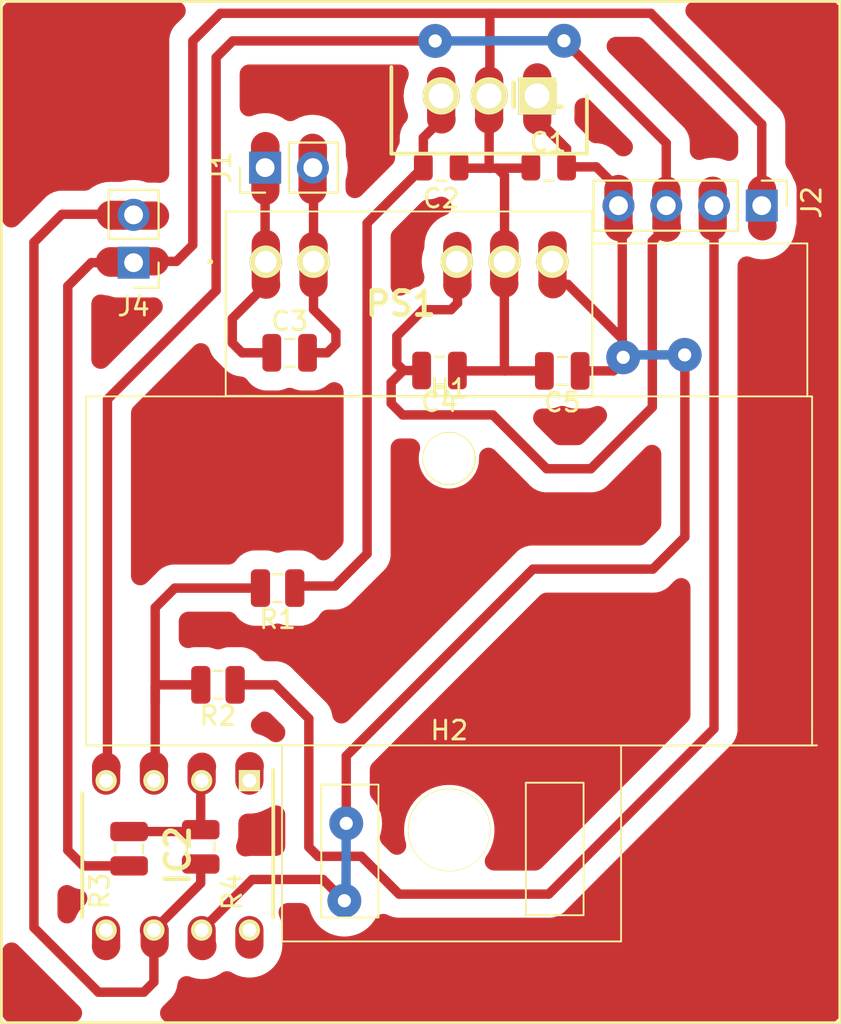
<source format=kicad_pcb>
(kicad_pcb (version 20221018) (generator pcbnew)
  (layers (0 "F.Cu" signal) (31 "B.Cu" signal) (34 "B.Paste" user) (35 "F.Paste" user) (36 "B.SilkS" user "B.Silkscreen") (37 "F.SilkS" user "F.Silkscreen") (38 "B.Mask" user) (39 "F.Mask" user) (44 "Edge.Cuts" user))
  (net 0 "")
  (net 1 "0")
  (net 2 "+15")
  (net 3 "Net-(IC1-OUTPUT)")
  (net 4 "+5")
  (net 5 "gnd")
  (net 6 "-15")
  (net 7 "unconnected-(IC2-OFFSET_N2-Pad8)")
  (net 8 "Net-(IC2-OUT)")
  (net 9 "unconnected-(IC2-NC-Pad5)")
  (net 10 "Net-(IC2-IN+)")
  (net 11 "Net-(IC2-IN-)")
  (net 12 "unconnected-(IC2-OFF_SET_N1-Pad1)")
  (net 13 "+-4 V")
  (footprint "Capacitor_SMD:C_0805_2012Metric" (layer "F.Cu") (at 148.3 84.44 180)
    (fp_text reference "C5" (at 0 -1.68) (layer "F.SilkS"))
    (fp_text value "470 nf")
    (fp_line (start -0.261252 -0.735) (end 0.261252 -0.735) (stroke (width 0.12)) (layer "F.SilkS"))
    (fp_line (start -0.261252 0.735) (end 0.261252 0.735) (stroke (width 0.12)) (layer "F.SilkS"))
    (pad "1" smd roundrect (at -0.95 0 180) (size 1 2) (layers "F.Cu" "F.Paste" "F.Mask") (net 2 "+15"))
    (pad "2" smd roundrect (at 0.95 0 180) (size 1 2) (layers "F.Cu" "F.Paste" "F.Mask") (net 1 "0"))
  )
  (footprint "Connector_PinHeader_2.54mm:PinHeader_1x02_P2.54mm_Vertical" (layer "F.Cu") (at 132.495 73.64 90)
    (fp_text reference "J1" (at 0 -2.33 90) (layer "F.SilkS"))
    (fp_text value "input 2")
    (fp_line (start -1.33 -1.33) (end 0 -1.33) (stroke (width 0.12)) (layer "F.SilkS"))
    (fp_line (start -1.33 0) (end -1.33 -1.33) (stroke (width 0.12)) (layer "F.SilkS"))
    (fp_line (start -1.33 1.27) (end -1.33 3.87) (stroke (width 0.12)) (layer "F.SilkS"))
    (fp_line (start -1.33 1.27) (end 1.33 1.27) (stroke (width 0.12)) (layer "F.SilkS"))
    (fp_line (start -1.33 3.87) (end 1.33 3.87) (stroke (width 0.12)) (layer "F.SilkS"))
    (fp_line (start 1.33 1.27) (end 1.33 3.87) (stroke (width 0.12)) (layer "F.SilkS"))
    (pad "1" thru_hole rect (at 0 0 90) (size 1.7 1.7) (drill 1) (layers "*.Cu" "*.Mask") (net 4 "+5"))
    (pad "2" thru_hole oval (at 0 2.54 90) (size 1.7 1.7) (drill 1) (layers "*.Cu" "*.Mask") (net 5 "gnd"))
  )
  (footprint "Capacitor_SMD:C_0805_2012Metric" (layer "F.Cu") (at 141.86 73.6 180)
    (fp_text reference "C2" (at 0 -1.68) (layer "F.SilkS"))
    (fp_text value ".01 uf")
    (fp_line (start -0.261252 -0.735) (end 0.261252 -0.735) (stroke (width 0.12)) (layer "F.SilkS"))
    (fp_line (start -0.261252 0.735) (end 0.261252 0.735) (stroke (width 0.12)) (layer "F.SilkS"))
    (pad "1" smd roundrect (at -0.95 0 180) (size 1 1.45) (layers "F.Cu" "F.Paste" "F.Mask") (net 1 "0"))
    (pad "2" smd roundrect (at 0.95 0 180) (size 1 1.45) (layers "F.Cu" "F.Paste" "F.Mask") (net 3 "Net-(IC1-OUTPUT)"))
  )
  (footprint "Capacitor_SMD:C_0805_2012Metric" (layer "F.Cu") (at 133.8 83.48)
    (fp_text reference "C3" (at 0 -1.68) (layer "F.SilkS"))
    (fp_text value "100 nf")
    (fp_line (start -0.261252 -0.735) (end 0.261252 -0.735) (stroke (width 0.12)) (layer "F.SilkS"))
    (fp_line (start -0.261252 0.735) (end 0.261252 0.735) (stroke (width 0.12)) (layer "F.SilkS"))
    (pad "1" smd roundrect (at -0.95 0) (size 1 2) (layers "F.Cu" "F.Paste" "F.Mask") (net 4 "+5"))
    (pad "2" smd roundrect (at 0.95 0) (size 1 2) (layers "F.Cu" "F.Paste" "F.Mask") (net 5 "gnd"))
  )
  (footprint "SamacSys_Parts:MGJ2D151505SC" (layer "F.Cu") (at 132.53 78.64)
    (fp_text reference "PS1" (at 7.185 2.23) (layer "F.SilkS") (effects (font (size 1.27 1.27) (thickness 0.254))))
    (fp_text value "MGJ2D151505SC" hide)
    (fp_line (start -3 0) (end -3 0) (stroke (width 0.2)) (layer "F.SilkS"))
    (fp_line (start -3 0) (end -3 0) (stroke (width 0.2)) (layer "F.SilkS"))
    (fp_line (start -2.9 0) (end -2.9 0) (stroke (width 0.2)) (layer "F.SilkS"))
    (fp_line (start -2.13 -2.67) (end 17.37 -2.67) (stroke (width 0.1)) (layer "F.SilkS"))
    (fp_line (start -2.13 7.13) (end -2.13 -2.67) (stroke (width 0.1)) (layer "F.SilkS"))
    (fp_line (start 17.37 -2.67) (end 17.37 7.13) (stroke (width 0.1)) (layer "F.SilkS"))
    (fp_line (start 17.37 7.13) (end -2.13 7.13) (stroke (width 0.1)) (layer "F.SilkS"))
    (fp_arc (start -3 0) (mid -2.95 -0.05) (end -2.9 0) (stroke (width 0.2)) (layer "F.SilkS"))
    (fp_arc (start -2.9 0) (mid -2.95 0.05) (end -3 0) (stroke (width 0.2)) (layer "F.SilkS"))
    (fp_arc (start -2.9 0) (mid -2.95 0.05) (end -3 0) (stroke (width 0.2)) (layer "F.SilkS"))
    (pad "1" thru_hole circle (at 0 0 90) (size 1.725 1.725) (drill 1.15) (layers "*.Cu" "*.Mask" "F.SilkS") (net 4 "+5"))
    (pad "2" thru_hole circle (at 2.54 0 90) (size 1.725 1.725) (drill 1.15) (layers "*.Cu" "*.Mask" "F.SilkS") (net 5 "gnd"))
    (pad "5" thru_hole circle (at 10.16 0 90) (size 1.725 1.725) (drill 1.15) (layers "*.Cu" "*.Mask" "F.SilkS") (net 6 "-15"))
    (pad "6" thru_hole circle (at 12.7 0 90) (size 1.725 1.725) (drill 1.15) (layers "*.Cu" "*.Mask" "F.SilkS") (net 1 "0"))
    (pad "7" thru_hole circle (at 15.24 0 90) (size 1.725 1.725) (drill 1.15) (layers "*.Cu" "*.Mask" "F.SilkS") (net 2 "+15"))
  )
  (footprint "MountingHole:MountingHole_2.7mm" (layer "F.Cu") (at 142.27 89.09)
    (fp_text reference "H1" (at 0 -3.7) (layer "F.SilkS"))
    (fp_text value "MountingHole")
    (pad "" np_thru_hole circle (at 0 0) (size 2.7 2.7) (drill 2.7) (layers "*.Cu" "*.Mask"))
  )
  (footprint "Connector_PinHeader_2.54mm:PinHeader_1x02_P2.54mm_Vertical" (layer "F.Cu") (at 125.5 78.69 180)
    (fp_text reference "J4" (at 0 -2.33) (layer "F.SilkS"))
    (fp_text value "output")
    (fp_line (start -1.33 -1.33) (end 0 -1.33) (stroke (width 0.12)) (layer "F.SilkS"))
    (fp_line (start -1.33 0) (end -1.33 -1.33) (stroke (width 0.12)) (layer "F.SilkS"))
    (fp_line (start -1.33 1.27) (end -1.33 3.87) (stroke (width 0.12)) (layer "F.SilkS"))
    (fp_line (start -1.33 1.27) (end 1.33 1.27) (stroke (width 0.12)) (layer "F.SilkS"))
    (fp_line (start -1.33 3.87) (end 1.33 3.87) (stroke (width 0.12)) (layer "F.SilkS"))
    (fp_line (start 1.33 1.27) (end 1.33 3.87) (stroke (width 0.12)) (layer "F.SilkS"))
    (pad "1" thru_hole rect (at 0 0 180) (size 1.7 1.7) (drill 1) (layers "*.Cu" "*.Mask") (net 1 "0"))
    (pad "2" thru_hole oval (at 0 2.54 180) (size 1.7 1.7) (drill 1) (layers "*.Cu" "*.Mask") (net 8 "Net-(IC2-OUT)"))
  )
  (footprint "SamacSys_Parts:DIP794W53P254L959H508Q8N" (layer "F.Cu") (at 127.85 110.18 -90)
    (fp_text reference "IC2" (at 0 0 -90) (layer "F.SilkS") (effects (font (size 1.27 1.27) (thickness 0.254))))
    (fp_text value "OP07CP" hide)
    (fp_line (start -4.535 -5.08) (end 3.3 -5.08) (stroke (width 0.2)) (layer "F.SilkS"))
    (fp_line (start -3.3 5.08) (end 3.3 5.08) (stroke (width 0.2)) (layer "F.SilkS"))
    (pad "1" thru_hole rect (at -3.97 -3.81) (size 1.13 1.13) (drill 0.73) (layers "*.Cu" "*.Mask" "F.SilkS") (net 12 "unconnected-(IC2-OFF_SET_N1-Pad1)"))
    (pad "2" thru_hole circle (at -3.97 -1.27) (size 1.13 1.13) (drill 0.73) (layers "*.Cu" "*.Mask" "F.SilkS") (net 11 "Net-(IC2-IN-)"))
    (pad "3" thru_hole circle (at -3.97 1.27) (size 1.13 1.13) (drill 0.73) (layers "*.Cu" "*.Mask" "F.SilkS") (net 10 "Net-(IC2-IN+)"))
    (pad "4" thru_hole circle (at -3.97 3.81) (size 1.13 1.13) (drill 0.73) (layers "*.Cu" "*.Mask" "F.SilkS") (net 6 "-15"))
    (pad "5" thru_hole circle (at 3.97 3.81) (size 1.13 1.13) (drill 0.73) (layers "*.Cu" "*.Mask" "F.SilkS") (net 9 "unconnected-(IC2-NC-Pad5)"))
    (pad "6" thru_hole circle (at 3.97 1.27) (size 1.13 1.13) (drill 0.73) (layers "*.Cu" "*.Mask" "F.SilkS") (net 8 "Net-(IC2-OUT)"))
    (pad "7" thru_hole circle (at 3.97 -1.27) (size 1.13 1.13) (drill 0.73) (layers "*.Cu" "*.Mask" "F.SilkS") (net 2 "+15"))
    (pad "8" thru_hole circle (at 3.97 -3.81) (size 1.13 1.13) (drill 0.73) (layers "*.Cu" "*.Mask" "F.SilkS") (net 7 "unconnected-(IC2-OFFSET_N2-Pad8)"))
  )
  (footprint "Resistor_SMD:R_0805_2012Metric" (layer "F.Cu") (at 125.26 109.8275 -90)
    (fp_text reference "R3" (at 2.2525 1.56 90) (layer "F.SilkS"))
    (fp_text value "1k")
    (fp_line (start -0.227064 -0.735) (end 0.227064 -0.735) (stroke (width 0.12)) (layer "F.SilkS"))
    (fp_line (start -0.227064 0.735) (end 0.227064 0.735) (stroke (width 0.12)) (layer "F.SilkS"))
    (pad "1" smd roundrect (at -0.9125 0 270) (size 1.025 2) (layers "F.Cu" "F.Paste" "F.Mask") (roundrect_rratio 0.243902) (net 11 "Net-(IC2-IN-)"))
    (pad "2" smd roundrect (at 0.9125 0 270) (size 1.025 2) (layers "F.Cu" "F.Paste" "F.Mask") (roundrect_rratio 0.243902) (net 1 "0"))
  )
  (footprint "Capacitor_SMD:C_0805_2012Metric" (layer "F.Cu") (at 141.77 84.42 180)
    (fp_text reference "C4" (at 0 -1.68) (layer "F.SilkS"))
    (fp_text value "470 nf")
    (fp_line (start -0.261252 -0.735) (end 0.261252 -0.735) (stroke (width 0.12)) (layer "F.SilkS"))
    (fp_line (start -0.261252 0.735) (end 0.261252 0.735) (stroke (width 0.12)) (layer "F.SilkS"))
    (pad "1" smd roundrect (at -0.95 0 180) (size 1 2) (layers "F.Cu" "F.Paste" "F.Mask") (net 1 "0"))
    (pad "2" smd roundrect (at 0.95 0 180) (size 1 2) (layers "F.Cu" "F.Paste" "F.Mask") (net 6 "-15"))
  )
  (footprint "Resistor_SMD:R_0805_2012Metric" (layer "F.Cu") (at 133.16 95.98 180)
    (fp_text reference "R1" (at 0 -1.65) (layer "F.SilkS"))
    (fp_text value "1k")
    (fp_line (start -0.227064 -0.735) (end 0.227064 -0.735) (stroke (width 0.12)) (layer "F.SilkS"))
    (fp_line (start -0.227064 0.735) (end 0.227064 0.735) (stroke (width 0.12)) (layer "F.SilkS"))
    (pad "1" smd roundrect (at -0.9125 0 180) (size 1.025 2) (layers "F.Cu" "F.Paste" "F.Mask") (roundrect_rratio 0.243902) (net 3 "Net-(IC1-OUTPUT)"))
    (pad "2" smd roundrect (at 0.9125 0 180) (size 1.025 2) (layers "F.Cu" "F.Paste" "F.Mask") (roundrect_rratio 0.243902) (net 10 "Net-(IC2-IN+)"))
  )
  (footprint "SamacSys_Parts:TO255P460X1020X2008-3P" (layer "F.Cu") (at 146.96 69.83 180)
    (fp_text reference "IC1" (at 0 0 180) (layer "F.SilkS") (effects (font (size 1.27 1.27) (thickness 0.254))))
    (fp_text value "L7805CV" hide)
    (fp_line (start -2.65 -3.07) (end -2.65 0) (stroke (width 0.2)) (layer "F.SilkS"))
    (fp_line (start 7.75 -3.07) (end -2.65 -3.07) (stroke (width 0.2)) (layer "F.SilkS"))
    (fp_line (start 7.75 1.53) (end 7.75 -3.07) (stroke (width 0.2)) (layer "F.SilkS"))
    (pad "1" thru_hole rect (at 0 0 270) (size 1.98 1.98) (drill 1.32) (layers "*.Cu" "*.Mask" "F.SilkS") (net 2 "+15"))
    (pad "2" thru_hole circle (at 2.55 0 270) (size 1.98 1.98) (drill 1.32) (layers "*.Cu" "*.Mask" "F.SilkS") (net 1 "0"))
    (pad "3" thru_hole circle (at 5.1 0 270) (size 1.98 1.98) (drill 1.32) (layers "*.Cu" "*.Mask" "F.SilkS") (net 3 "Net-(IC1-OUTPUT)"))
  )
  (footprint "VW Custom:current sensor footprint" (layer "F.Cu") (at 142.531 99.628)
    (fp_text reference "U1" hide)
    (fp_text value "~" hide)
    (fp_line (start -19.552 -13.832) (end 19.056 -13.832) (stroke (width 0.1)) (layer "F.SilkS"))
    (fp_line (start -19.552 4.71) (end -19.552 -13.832) (stroke (width 0.1)) (layer "F.SilkS"))
    (fp_line (start -9.138 4.71) (end -19.552 4.71) (stroke (width 0.1)) (layer "F.SilkS"))
    (fp_line (start -9.138 15.124) (end -9.138 4.71) (stroke (width 0.1)) (layer "F.SilkS"))
    (fp_line (start 7.372 -21.96) (end 7.372 -13.832) (stroke (width 0.1)) (layer "F.SilkS"))
    (fp_line (start 8.896 4.71) (end 8.896 15.124) (stroke (width 0.1)) (layer "F.SilkS"))
    (fp_line (start 8.896 15.124) (end -9.138 15.124) (stroke (width 0.1)) (layer "F.SilkS"))
    (fp_line (start 18.802 -21.96) (end 7.372 -21.96) (stroke (width 0.1)) (layer "F.SilkS"))
    (fp_line (start 18.802 -13.832) (end 18.802 -21.96) (stroke (width 0.1)) (layer "F.SilkS"))
    (fp_line (start 19.056 -13.832) (end 19.056 3.694) (stroke (width 0.1)) (layer "F.SilkS"))
    (fp_line (start 19.056 3.694) (end 19.056 4.71) (stroke (width 0.1)) (layer "F.SilkS"))
    (fp_line (start 19.056 4.71) (end 8.896 4.71) (stroke (width 0.1)) (layer "F.SilkS"))
    (fp_line (start 19.31 4.71) (end -19.552 4.71) (stroke (width 0.1)) (layer "F.SilkS"))
    (fp_rect (start -7.048 6.792) (end -4.008 13.852) (stroke (width 0.1)) (fill none) (layer "F.SilkS"))
    (fp_rect (start 6.902 6.692) (end 3.832 13.732) (stroke (width 0.1)) (fill none) (layer "F.SilkS"))
    (fp_circle (center -0.248 -10.53) (end -0.258 -9.158) (stroke (width 0.1)) (fill none) (layer "F.SilkS"))
    (fp_circle (center -0.248 9.202) (end -0.248 11.352) (stroke (width 0.1)) (fill none) (layer "F.SilkS"))
  )
  (footprint "Connector_PinHeader_2.54mm:PinHeader_1x04_P2.54mm_Vertical" (layer "F.Cu") (at 158.91 75.66 -90)
    (fp_text reference "J2" (at -0.17 -2.65 90) (layer "F.SilkS"))
    (fp_text value "Conn_01x04_Pin")
    (fp_line (start -1.33 -1.33) (end 0 -1.33) (stroke (width 0.12)) (layer "F.SilkS"))
    (fp_line (start -1.33 0) (end -1.33 -1.33) (stroke (width 0.12)) (layer "F.SilkS"))
    (fp_line (start -1.33 1.27) (end -1.33 8.95) (stroke (width 0.12)) (layer "F.SilkS"))
    (fp_line (start -1.33 1.27) (end 1.33 1.27) (stroke (width 0.12)) (layer "F.SilkS"))
    (fp_line (start -1.33 8.95) (end 1.33 8.95) (stroke (width 0.12)) (layer "F.SilkS"))
    (fp_line (start 1.33 1.27) (end 1.33 8.95) (stroke (width 0.12)) (layer "F.SilkS"))
    (pad "1" thru_hole rect (at 0 0 270) (size 1.7 1.7) (drill 1) (layers "*.Cu" "*.Mask") (net 1 "0"))
    (pad "2" thru_hole oval (at 0 2.54 270) (size 1.7 1.7) (drill 1) (layers "*.Cu" "*.Mask") (net 13 "+-4 V"))
    (pad "3" thru_hole oval (at 0 5.08 270) (size 1.7 1.7) (drill 1) (layers "*.Cu" "*.Mask") (net 6 "-15"))
    (pad "4" thru_hole oval (at 0 7.62 270) (size 1.7 1.7) (drill 1) (layers "*.Cu" "*.Mask") (net 2 "+15"))
  )
  (footprint "MountingHole:MountingHole_4.3mm_M4" (layer "F.Cu") (at 142.29 108.84)
    (fp_text reference "H2" (at 0 -5.3) (layer "F.SilkS"))
    (fp_text value "MountingHole")
    (pad "" np_thru_hole circle (at 0 0) (size 4.3 4.3) (drill 4.3) (layers "*.Cu" "*.Mask"))
  )
  (footprint "Resistor_SMD:R_0805_2012Metric" (layer "F.Cu") (at 129.9875 101.12 180)
    (fp_text reference "R2" (at 0 -1.65) (layer "F.SilkS"))
    (fp_text value "1k")
    (fp_line (start -0.227064 -0.735) (end 0.227064 -0.735) (stroke (width 0.12)) (layer "F.SilkS"))
    (fp_line (start -0.227064 0.735) (end 0.227064 0.735) (stroke (width 0.12)) (layer "F.SilkS"))
    (pad "1" smd roundrect (at -0.9125 0 180) (size 1.025 2) (layers "F.Cu" "F.Paste" "F.Mask") (roundrect_rratio 0.243902) (net 13 "+-4 V"))
    (pad "2" smd roundrect (at 0.9125 0 180) (size 1.025 2) (layers "F.Cu" "F.Paste" "F.Mask") (roundrect_rratio 0.243902) (net 10 "Net-(IC2-IN+)"))
  )
  (footprint "Capacitor_SMD:C_0805_2012Metric" (layer "F.Cu") (at 147.58 73.6)
    (fp_text reference "C1" (at -0.04 -1.3) (layer "F.SilkS"))
    (fp_text value ".33 uf")
    (fp_line (start -0.261252 -0.735) (end 0.261252 -0.735) (stroke (width 0.12)) (layer "F.SilkS"))
    (fp_line (start -0.261252 0.735) (end 0.261252 0.735) (stroke (width 0.12)) (layer "F.SilkS"))
    (pad "1" smd roundrect (at -0.95 0) (size 1 1.45) (layers "F.Cu" "F.Paste" "F.Mask") (net 1 "0"))
    (pad "2" smd roundrect (at 0.95 0) (size 1 1.45) (layers "F.Cu" "F.Paste" "F.Mask") (net 2 "+15"))
  )
  (footprint "Resistor_SMD:R_0805_2012Metric" (layer "F.Cu") (at 129.07 109.7275 -90)
    (fp_text reference "R4" (at 2.3925 -1.67 90) (layer "F.SilkS"))
    (fp_text value "1k")
    (fp_line (start -0.227064 -0.735) (end 0.227064 -0.735) (stroke (width 0.12)) (layer "F.SilkS"))
    (fp_line (start -0.227064 0.735) (end 0.227064 0.735) (stroke (width 0.12)) (layer "F.SilkS"))
    (pad "1" smd roundrect (at -0.9125 0 270) (size 1.025 2) (layers "F.Cu" "F.Paste" "F.Mask") (roundrect_rratio 0.243902) (net 11 "Net-(IC2-IN-)"))
    (pad "2" smd roundrect (at 0.9125 0 270) (size 1.025 2) (layers "F.Cu" "F.Paste" "F.Mask") (roundrect_rratio 0.243902) (net 8 "Net-(IC2-OUT)"))
  )
  (gr_rect (start 118.47 64.81) (end 163.06 119.07) (stroke (width 0.15)) (fill none) (layer "F.SilkS"))
  (segment (start 144.41 69.02) (end 144.41 71.07) (width 1.5) (layer "F.Cu") (net 1))
  (segment (start 144.51 65.44) (end 144.45 65.5) (width 0.5) (layer "F.Cu") (net 1))
  (segment (start 147.35 84.44) (end 145.22 84.44) (width 0.5) (layer "F.Cu") (net 1))
  (segment (start 128.65 77.75) (end 128.65 66.91) (width 0.5) (layer "F.Cu") (net 1))
  (segment (start 153.01 65.44) (end 144.51 65.44) (width 0.5) (layer "F.Cu") (net 1))
  (segment (start 145.21 77.7) (end 145.21 79.79) (width 1.5) (layer "F.Cu") (net 1))
  (segment (start 145.22 84.44) (end 142.74 84.44) (width 0.5) (layer "F.Cu") (net 1))
  (segment (start 126.63 78.62) (end 127.78 78.62) (width 0.5) (layer "F.Cu") (net 1))
  (segment (start 142.74 84.44) (end 142.72 84.42) (width 0.5) (layer "F.Cu") (net 1))
  (segment (start 127.78 78.62) (end 128.65 77.75) (width 0.5) (layer "F.Cu") (net 1))
  (segment (start 144.84 73.67) (end 144.43 73.67) (width 0.5) (layer "F.Cu") (net 1))
  (segment (start 158.91 75.66) (end 158.91 71.34) (width 0.5) (layer "F.Cu") (net 1))
  (segment (start 124.27 78.62) (end 126.63 78.62) (width 1.5) (layer "F.Cu") (net 1))
  (segment (start 123.25 78.69) (end 125.5 78.69) (width 0.5) (layer "F.Cu") (net 1))
  (segment (start 128.65 66.91) (end 130.12 65.44) (width 0.5) (layer "F.Cu") (net 1))
  (segment (start 124.24 78.65) (end 124.27 78.62) (width 1.5) (layer "F.Cu") (net 1))
  (segment (start 144.39 65.44) (end 144.45 65.5) (width 0.5) (layer "F.Cu") (net 1))
  (segment (start 144.43 73.67) (end 143.015 73.67) (width 0.5) (layer "F.Cu") (net 1))
  (segment (start 144.45 65.5) (end 144.45 69.45) (width 0.5) (layer "F.Cu") (net 1))
  (segment (start 158.93 76.74) (end 158.95 76.76) (width 1.5) (layer "F.Cu") (net 1))
  (segment (start 144.41 71.07) (end 144.4 71.08) (width 1.5) (layer "F.Cu") (net 1))
  (segment (start 144.84 73.67) (end 145.23 74.06) (width 0.5) (layer "F.Cu") (net 1))
  (segment (start 158.91 71.34) (end 153.01 65.44) (width 0.5) (layer "F.Cu") (net 1))
  (segment (start 124.28 78.69) (end 124.24 78.65) (width 1.5) (layer "F.Cu") (net 1))
  (segment (start 145.23 78.64) (end 145.23 77.72) (width 1.5) (layer "F.Cu") (net 1))
  (segment (start 144.39 71.09) (end 144.4 71.08) (width 0.5) (layer "F.Cu") (net 1))
  (segment (start 146.605 73.67) (end 144.84 73.67) (width 0.5) (layer "F.Cu") (net 1))
  (segment (start 144.41 69.83) (end 144.41 69.02) (width 1.5) (layer "F.Cu") (net 1))
  (segment (start 122 79.94) (end 123.25 78.69) (width 0.5) (layer "F.Cu") (net 1))
  (segment (start 158.91 75.66) (end 158.91 74.83) (width 1.5) (layer "F.Cu") (net 1))
  (segment (start 130.12 65.44) (end 144.39 65.44) (width 0.5) (layer "F.Cu") (net 1))
  (segment (start 145.23 77.72) (end 145.21 77.7) (width 1.5) (layer "F.Cu") (net 1))
  (segment (start 122 109.91) (end 122 79.94) (width 0.5) (layer "F.Cu") (net 1))
  (segment (start 125.26 110.74) (end 122.83 110.74) (width 0.5) (layer "F.Cu") (net 1))
  (segment (start 144.41 73.65) (end 144.41 69.83) (width 0.5) (layer "F.Cu") (net 1))
  (segment (start 145.22 84.44) (end 145.22 79.8) (width 0.5) (layer "F.Cu") (net 1))
  (segment (start 158.91 74.83) (end 158.93 74.81) (width 1.5) (layer "F.Cu") (net 1))
  (segment (start 125.5 78.69) (end 124.28 78.69) (width 1.5) (layer "F.Cu") (net 1))
  (segment (start 145.23 74.06) (end 145.23 78.64) (width 0.5) (layer "F.Cu") (net 1))
  (segment (start 122.83 110.74) (end 122 109.91) (width 0.5) (layer "F.Cu") (net 1))
  (segment (start 158.93 74.81) (end 158.93 76.74) (width 1.5) (layer "F.Cu") (net 1))
  (segment (start 145.21 79.79) (end 145.22 79.8) (width 1.5) (layer "F.Cu") (net 1))
  (segment (start 144.43 73.67) (end 144.41 73.65) (width 0.5) (layer "F.Cu") (net 1))
  (segment (start 147.77 78.64) (end 147.77 77.79) (width 1.5) (layer "F.Cu") (net 2))
  (segment (start 151.49 76.97) (end 151.32 76.8) (width 0.5) (layer "F.Cu") (net 2))
  (segment (start 154.81 83.59) (end 154.81 83.6) (width 0.5) (layer "F.Cu") (net 2))
  (segment (start 131.81 111.46) (end 129.12 114.15) (width 0.5) (layer "F.Cu") (net 2))
  (segment (start 135.57 111.46) (end 131.81 111.46) (width 0.5) (layer "F.Cu") (net 2))
  (segment (start 154.81 83.6) (end 154.83 83.58) (width 0.5) (layer "F.Cu") (net 2))
  (segment (start 147.77 77.79) (end 147.78 77.78) (width 1.5) (layer "F.Cu") (net 2))
  (segment (start 148.59 79.84) (end 151.49 82.74) (width 0.5) (layer "F.Cu") (net 2))
  (segment (start 154.82 93.27) (end 154.82 93.22) (width 0.5) (layer "F.Cu") (net 2))
  (segment (start 147.78 79.81) (end 147.81 79.84) (width 1.5) (layer "F.Cu") (net 2))
  (segment (start 151.49 82.74) (end 151.49 83.98) (width 0.5) (layer "F.Cu") (net 2))
  (segment (start 151.49 83.98) (end 151.03 84.44) (width 0.5) (layer "F.Cu") (net 2))
  (segment (start 136.71 112.59) (end 136.71 112.6) (width 0.5) (layer "F.Cu") (net 2))
  (segment (start 146.53 95.18) (end 146.74 94.97) (width 0.5) (layer "F.Cu") (net 2))
  (segment (start 146.97 68.85) (end 146.97 71.13) (width 1.5) (layer "F.Cu") (net 2))
  (segment (start 146.96 68.86) (end 146.97 68.85) (width 1.5) (layer "F.Cu") (net 2))
  (segment (start 136.81 104.9) (end 146.53 95.18) (width 0.5) (layer "F.Cu") (net 2))
  (segment (start 146.74 94.97) (end 153.12 94.97) (width 0.5) (layer "F.Cu") (net 2))
  (segment (start 151.29 74.78) (end 151.29 76.77) (width 1.5) (layer "F.Cu") (net 2))
  (segment (start 150.11 73.6) (end 151.29 74.78) (width 0.5) (layer "F.Cu") (net 2))
  (segment (start 151.29 75.66) (end 151.29 74.78) (width 1.5) (layer "F.Cu") (net 2))
  (segment (start 147.81 79.84) (end 148.59 79.84) (width 0.5) (layer "F.Cu") (net 2))
  (segment (start 151.29 76.77) (end 151.32 76.8) (width 1.5) (layer "F.Cu") (net 2))
  (segment (start 146.96 69.83) (end 146.96 68.86) (width 1.5) (layer "F.Cu") (net 2))
  (segment (start 154.82 83.59) (end 154.82 83.59) (width 0.5) (layer "F.Cu") (net 2))
  (segment (start 148.53 73.6) (end 148.53 72.63) (width 0.5) (layer "F.Cu") (net 2))
  (segment (start 136.71 112.6) (end 136.66 112.55) (width 0.5) (layer "F.Cu") (net 2))
  (segment (start 136.7 112.59) (end 135.57 111.46) (width 0.5) (layer "F.Cu") (net 2))
  (segment (start 136.81 108.48) (end 136.81 104.9) (width 0.5) (layer "F.Cu") (net 2))
  (segment (start 147.78 77.78) (end 147.78 79.81) (width 1.5) (layer "F.Cu") (net 2))
  (segment (start 151.49 82.74) (end 151.49 76.97) (width 0.5) (layer "F.Cu") (net 2))
  (segment (start 154.53 93.56) (end 154.82 93.27) (width 0.5) (layer "F.Cu") (net 2))
  (segment (start 148.53 73.6) (end 150.11 73.6) (width 0.5) (layer "F.Cu") (net 2))
  (segment (start 146.97 71.13) (end 147.03 71.13) (width 0.5) (layer "F.Cu") (net 2))
  (segment (start 147.03 71.13) (end 148.53 72.63) (width 0.5) (layer "F.Cu") (net 2))
  (segment (start 129.12 114.96) (end 129.16 115) (width 1.5) (layer "F.Cu") (net 2))
  (segment (start 136.71 112.59) (end 136.7 112.59) (width 0.5) (layer "F.Cu") (net 2))
  (segment (start 153.12 94.97) (end 154.53 93.56) (width 0.5) (layer "F.Cu") (net 2))
  (segment (start 129.12 114.15) (end 129.12 114.96) (width 1.5) (layer "F.Cu") (net 2))
  (segment (start 151.03 84.44) (end 149.25 84.44) (width 0.5) (layer "F.Cu") (net 2))
  (segment (start 154.82 83.59) (end 154.81 83.59) (width 0.5) (layer "F.Cu") (net 2))
  (segment (start 154.82 93.22) (end 154.82 83.59) (width 0.5) (layer "F.Cu") (net 2))
  (via (at 151.54 83.72) (size 1.8) (drill 0.7) (layers "F.Cu" "B.Cu") (net 2))
  (via (at 136.81 108.48) (size 1.8) (drill 0.7) (layers "F.Cu" "B.Cu") (net 2))
  (via (at 154.81 83.59) (size 1.8) (drill 0.7) (layers "F.Cu" "B.Cu") (net 2))
  (via (at 136.71 112.59) (size 1.8) (drill 0.7) (layers "F.Cu" "B.Cu") (net 2))
  (segment (start 151.54 83.78) (end 151.58 83.74) (width 0.5) (layer "B.Cu") (net 2))
  (segment (start 136.8 111.6) (end 136.8 112.5) (width 0.5) (layer "B.Cu") (net 2))
  (segment (start 151.6 83.72) (end 151.54 83.72) (width 0.5) (layer "B.Cu") (net 2))
  (segment (start 136.8 112.5) (end 136.71 112.59) (width 0.5) (layer "B.Cu") (net 2))
  (segment (start 136.81 108.48) (end 136.8 108.49) (width 0.5) (layer "B.Cu") (net 2))
  (segment (start 151.73 83.59) (end 151.6 83.72) (width 0.5) (layer "B.Cu") (net 2))
  (segment (start 136.8 111.6) (end 136.81 108.48) (width 0.5) (layer "B.Cu") (net 2))
  (segment (start 154.81 83.59) (end 151.73 83.59) (width 0.5) (layer "B.Cu") (net 2))
  (segment (start 151.54 83.72) (end 151.54 83.78) (width 0.5) (layer "B.Cu") (net 2))
  (segment (start 140.91 72.05) (end 140.91 72.33) (width 0.5) (layer "F.Cu") (net 3))
  (segment (start 137.92 76.59) (end 137.92 94.16) (width 0.5) (layer "F.Cu") (net 3))
  (segment (start 141.86 71.06) (end 141.88 71.08) (width 1.5) (layer "F.Cu") (net 3))
  (segment (start 141.86 69.04) (end 141.86 71.06) (width 1.5) (layer "F.Cu") (net 3))
  (segment (start 137.92 94.16) (end 136.21 95.87) (width 0.5) (layer "F.Cu") (net 3))
  (segment (start 141.88 71.08) (end 140.91 72.05) (width 0.5) (layer "F.Cu") (net 3))
  (segment (start 141.86 69.83) (end 141.86 69.04) (width 1.5) (layer "F.Cu") (net 3))
  (segment (start 140.91 73.6) (end 137.92 76.59) (width 0.5) (layer "F.Cu") (net 3))
  (segment (start 140.91 73.6) (end 140.91 72.33) (width 0.5) (layer "F.Cu") (net 3))
  (segment (start 136.21 95.87) (end 134.0425 95.87) (width 0.5) (layer "F.Cu") (net 3))
  (segment (start 132.495 73.64) (end 132.495 72.515) (width 1.5) (layer "F.Cu") (net 4))
  (segment (start 131.27 83.48) (end 130.75 82.96) (width 0.5) (layer "F.Cu") (net 4))
  (segment (start 130.75 82.96) (end 130.75 81.66) (width 0.5) (layer "F.Cu") (net 4))
  (segment (start 132.53 78.64) (end 132.53 77.7) (width 1.5) (layer "F.Cu") (net 4))
  (segment (start 132.495 73.64) (end 132.495 77.665) (width 0.5) (layer "F.Cu") (net 4))
  (segment (start 130.75 81.66) (end 132.55 79.86) (width 0.5) (layer "F.Cu") (net 4))
  (segment (start 132.51 72.5) (end 132.51 74.87) (width 1.5) (layer "F.Cu") (net 4))
  (segment (start 132.495 72.515) (end 132.51 72.5) (width 1.5) (layer "F.Cu") (net 4))
  (segment (start 132.53 79.84) (end 132.55 79.86) (width 1.5) (layer "F.Cu") (net 4))
  (segment (start 132.495 77.665) (end 132.53 77.7) (width 0.5) (layer "F.Cu") (net 4))
  (segment (start 132.53 77.7) (end 132.53 79.84) (width 1.5) (layer "F.Cu") (net 4))
  (segment (start 132.85 83.48) (end 131.27 83.48) (width 0.5) (layer "F.Cu") (net 4))
  (segment (start 135.07 78.64) (end 135.07 77.83) (width 1.5) (layer "F.Cu") (net 5))
  (segment (start 135.07 77.83) (end 135.07 79.8) (width 1.5) (layer "F.Cu") (net 5))
  (segment (start 135.07 77.83) (end 135.05 77.81) (width 1.5) (layer "F.Cu") (net 5))
  (segment (start 135.02 74.82) (end 135.01 74.83) (width 1.5) (layer "F.Cu") (net 5))
  (segment (start 135.02 72.59) (end 135.02 74.82) (width 1.5) (layer "F.Cu") (net 5))
  (segment (start 134.75 83.48) (end 135.8 83.48) (width 0.5) (layer "F.Cu") (net 5))
  (segment (start 136.26 83.02) (end 136.26 82.37) (width 0.5) (layer "F.Cu") (net 5))
  (segment (start 135.035 73.64) (end 135.035 72.605) (width 1.5) (layer "F.Cu") (net 5))
  (segment (start 135.8 83.48) (end 136.26 83.02) (width 0.5) (layer "F.Cu") (net 5))
  (segment (start 135.035 72.605) (end 135.02 72.59) (width 1.5) (layer "F.Cu") (net 5))
  (segment (start 136.26 82.37) (end 135.07 81.18) (width 0.5) (layer "F.Cu") (net 5))
  (segment (start 135.07 74.87) (end 135.07 78.64) (width 0.5) (layer "F.Cu") (net 5))
  (segment (start 135.02 74.82) (end 135.07 74.87) (width 0.5) (layer "F.Cu") (net 5))
  (segment (start 135.07 81.18) (end 135.07 79.8) (width 0.5) (layer "F.Cu") (net 5))
  (segment (start 139.2 85.06) (end 139.2 86.17) (width 0.5) (layer "F.Cu") (net 6))
  (segment (start 153.09 86.37) (end 153.09 77.55) (width 0.5) (layer "F.Cu") (net 6))
  (segment (start 139.5 84.06) (end 139.5 82.59) (width 0.5) (layer "F.Cu") (net 6))
  (segment (start 139.81 86.78) (end 144.61 86.78) (width 0.5) (layer "F.Cu") (net 6))
  (segment (start 153.83 72.34) (end 153.83 75.66) (width 0.5) (layer "F.Cu") (net 6))
  (segment (start 142.72 79.88) (end 142.73 79.89) (width 1.5) (layer "F.Cu") (net 6))
  (segment (start 140.82 84.42) (end 139.86 84.42) (width 0.5) (layer "F.Cu") (net 6))
  (segment (start 130.77 66.91) (end 141.54 66.91) (width 0.5) (layer "F.Cu") (net 6))
  (segment (start 124.04 105.49) (end 124.06 105.47) (width 1.5) (layer "F.Cu") (net 6))
  (segment (start 140.9 81.19) (end 142.38 81.19) (width 0.5) (layer "F.Cu") (net 6))
  (segment (start 142.72 77.81) (end 142.72 79.88) (width 1.5) (layer "F.Cu") (net 6))
  (segment (start 142.38 81.19) (end 142.73 80.84) (width 0.5) (layer "F.Cu") (net 6))
  (segment (start 139.86 84.42) (end 139.5 84.06) (width 0.5) (layer "F.Cu") (net 6))
  (segment (start 147.47 89.64) (end 149.82 89.64) (width 0.5) (layer "F.Cu") (net 6))
  (segment (start 153.84 76.8) (end 153.87 76.83) (width 1.5) (layer "F.Cu") (net 6))
  (segment (start 139.2 86.17) (end 139.81 86.78) (width 0.5) (layer "F.Cu") (net 6))
  (segment (start 142.69 78.64) (end 142.72 78.61) (width 1.5) (layer "F.Cu") (net 6))
  (segment (start 141.54 66.91) (end 141.61 66.91) (width 0.5) (layer "F.Cu") (net 6))
  (segment (start 153.83 75.66) (end 153.83 74.87) (width 1.5) (layer "F.Cu") (net 6))
  (segment (start 124.04 106.21) (end 124.04 105.49) (width 1.5) (layer "F.Cu") (net 6))
  (segment (start 124.11 105.437056) (end 124.04 105.507056) (width 0.5) (layer "F.Cu") (net 6))
  (segment (start 144.61 86.78) (end 147.47 89.64) (width 0.5) (layer "F.Cu") (net 6))
  (segment (start 124.11 85.95) (end 124.11 105.437056) (width 0.5) (layer "F.Cu") (net 6))
  (segment (start 129.89 67.79) (end 130.77 66.91) (width 0.5) (layer "F.Cu") (net 6))
  (segment (start 153.84 74.86) (end 153.84 76.8) (width 1.5) (layer "F.Cu") (net 6))
  (segment (start 142.73 80.84) (end 142.73 79.89) (width 0.5) (layer "F.Cu") (net 6))
  (segment (start 153.09 77.55) (end 153.84 76.8) (width 0.5) (layer "F.Cu") (net 6))
  (segment (start 148.39 66.9) (end 153.83 72.34) (width 0.5) (layer "F.Cu") (net 6))
  (segment (start 149.82 89.64) (end 153.09 86.37) (width 0.5) (layer "F.Cu") (net 6))
  (segment (start 139.5 82.59) (end 140.9 81.19) (width 0.5) (layer "F.Cu") (net 6))
  (segment (start 139.84 84.42) (end 139.2 85.06) (width 0.5) (layer "F.Cu") (net 6))
  (segment (start 129.89 80.17) (end 129.89 67.79) (width 0.5) (layer "F.Cu") (net 6))
  (segment (start 140.82 84.42) (end 139.84 84.42) (width 0.5) (layer "F.Cu") (net 6))
  (segment (start 142.72 78.61) (end 142.72 77.81) (width 1.5) (layer "F.Cu") (net 6))
  (segment (start 124.11 85.95) (end 129.89 80.17) (width 0.5) (layer "F.Cu") (net 6))
  (segment (start 153.83 74.87) (end 153.84 74.86) (width 1.5) (layer "F.Cu") (net 6))
  (segment (start 124.04 105.507056) (end 124.04 106.21) (width 0.5) (layer "F.Cu") (net 6))
  (via (at 148.39 66.9) (size 1.8) (drill 0.7) (layers "F.Cu" "B.Cu") (net 6))
  (via (at 141.54 66.91) (size 1.8) (drill 0.7) (layers "F.Cu" "B.Cu") (net 6))
  (segment (start 148.39 66.9) (end 148.45 66.9) (width 0.5) (layer "B.Cu") (net 6))
  (segment (start 144.43 66.91) (end 144.44 66.9) (width 0.5) (layer "B.Cu") (net 6))
  (segment (start 141.54 66.91) (end 144.43 66.91) (width 0.5) (layer "B.Cu") (net 6))
  (segment (start 144.44 66.9) (end 148.39 66.9) (width 0.5) (layer "B.Cu") (net 6))
  (segment (start 131.66 114.15) (end 131.66 114.92) (width 1.5) (layer "F.Cu") (net 7))
  (segment (start 126.58 114.15) (end 126.62 114.19) (width 1.5) (layer "F.Cu") (net 8))
  (segment (start 126.62 114.19) (end 126.62 114.89) (width 1.5) (layer "F.Cu") (net 8))
  (segment (start 123.63 117.45) (end 126.04 117.45) (width 0.5) (layer "F.Cu") (net 8))
  (segment (start 121.69 76.12) (end 120.2 77.61) (width 0.5) (layer "F.Cu") (net 8))
  (segment (start 124.28 76.15) (end 124.32 76.19) (width 1.5) (layer "F.Cu") (net 8))
  (segment (start 124.297919 76.15) (end 124.267919 76.12) (width 0.5) (layer "F.Cu") (net 8))
  (segment (start 126.58 116.91) (end 126.58 114.15) (width 0.5) (layer "F.Cu") (net 8))
  (segment (start 124.267919 76.12) (end 121.69 76.12) (width 0.5) (layer "F.Cu") (net 8))
  (segment (start 129.07 111.66) (end 126.58 114.15) (width 0.5) (layer "F.Cu") (net 8))
  (segment (start 120.2 114.02) (end 123.63 117.45) (width 0.5) (layer "F.Cu") (net 8))
  (segment (start 129.07 110.64) (end 129.07 111.66) (width 0.5) (layer "F.Cu") (net 8))
  (segment (start 124.32 76.19) (end 126.64 76.19) (width 1.5) (layer "F.Cu") (net 8))
  (segment (start 120.2 77.61) (end 120.2 114.02) (width 0.5) (layer "F.Cu") (net 8))
  (segment (start 125.5 76.15) (end 124.28 76.15) (width 1.5) (layer "F.Cu") (net 8))
  (segment (start 126.04 117.45) (end 126.58 116.91) (width 0.5) (layer "F.Cu") (net 8))
  (segment (start 125.5 76.15) (end 124.297919 76.15) (width 0.5) (layer "F.Cu") (net 8))
  (segment (start 124.04 114.99) (end 124.03 115) (width 1.5) (layer "F.Cu") (net 9))
  (segment (start 124.04 114.15) (end 124.04 114.99) (width 1.5) (layer "F.Cu") (net 9))
  (segment (start 132.2475 95.98) (end 127.69 95.98) (width 0.5) (layer "F.Cu") (net 10))
  (segment (start 126.65 101.22) (end 126.65 102.08) (width 0.5) (layer "F.Cu") (net 10))
  (segment (start 126.65 105.36) (end 126.59 105.42) (width 0.5) (layer "F.Cu") (net 10))
  (segment (start 126.75 101.12) (end 126.65 101.22) (width 0.5) (layer "F.Cu") (net 10))
  (segment (start 129.075 101.12) (end 126.75 101.12) (width 0.5) (layer "F.Cu") (net 10))
  (segment (start 126.65 97.02) (end 126.65 102.08) (width 0.5) (layer "F.Cu") (net 10))
  (segment (start 126.65 102.08) (end 126.65 105.36) (width 0.5) (layer "F.Cu") (net 10))
  (segment (start 126.58 105.43) (end 126.59 105.42) (width 1.5) (layer "F.Cu") (net 10))
  (segment (start 127.69 95.98) (end 126.65 97.02) (width 0.5) (layer "F.Cu") (net 10))
  (segment (start 126.58 106.21) (end 126.58 105.43) (width 1.5) (layer "F.Cu") (net 10))
  (segment (start 129.12 105.49) (end 129.14 105.47) (width 1.5) (layer "F.Cu") (net 11))
  (segment (start 129.12 106.21) (end 129.12 105.49) (width 1.5) (layer "F.Cu") (net 11))
  (segment (start 125.26 108.915) (end 128.97 108.915) (width 0.5) (layer "F.Cu") (net 11))
  (segment (start 129.07 106.26) (end 129.12 106.21) (width 0.5) (layer "F.Cu") (net 11))
  (segment (start 128.97 108.915) (end 129.07 108.815) (width 0.5) (layer "F.Cu") (net 11))
  (segment (start 129.07 108.815) (end 129.07 106.26) (width 0.5) (layer "F.Cu") (net 11))
  (segment (start 131.66 105.46) (end 131.68 105.44) (width 1.5) (layer "F.Cu") (net 12))
  (segment (start 131.66 106.21) (end 131.66 105.46) (width 1.5) (layer "F.Cu") (net 12))
  (segment (start 137.61 110.23) (end 135.31 110.23) (width 0.5) (layer "F.Cu") (net 13))
  (segment (start 147.58 112.24) (end 139.62 112.24) (width 0.5) (layer "F.Cu") (net 13))
  (segment (start 156.37 75.66) (end 156.37 103.45) (width 0.5) (layer "F.Cu") (net 13))
  (segment (start 134.82 102.91) (end 133.03 101.12) (width 0.5) (layer "F.Cu") (net 13))
  (segment (start 133.03 101.12) (end 130.9 101.12) (width 0.5) (layer "F.Cu") (net 13))
  (segment (start 139.62 112.24) (end 137.61 110.23) (width 0.5) (layer "F.Cu") (net 13))
  (segment (start 134.82 109.74) (end 134.82 102.91) (width 0.5) (layer "F.Cu") (net 13))
  (segment (start 156.37 103.45) (end 147.58 112.24) (width 0.5) (layer "F.Cu") (net 13))
  (segment (start 156.3 74.87) (end 156.3 76.76) (width 1.5) (layer "F.Cu") (net 13))
  (segment (start 135.31 110.23) (end 134.82 109.74) (width 0.5) (layer "F.Cu") (net 13))
  (segment (start 156.37 75.66) (end 156.3 75.59) (width 1.5) (layer "F.Cu") (net 13))
  (segment (start 156.3 75.59) (end 156.3 74.87) (width 1.5) (layer "F.Cu") (net 13))
  (zone (net 0) (net_name "") (layer "F.Cu") (connect_pads (clearance 1)) (min_thickness 1) (fill yes (thermal_gap 1) (thermal_bridge_width 1) (island_removal_mode 1) (island_area_min 10))
    (polygon (pts (xy 118.5 64.81) (xy 118.51 119.06) (xy 163.07 119.06) (xy 163.07 64.8)))
  )
)
</source>
